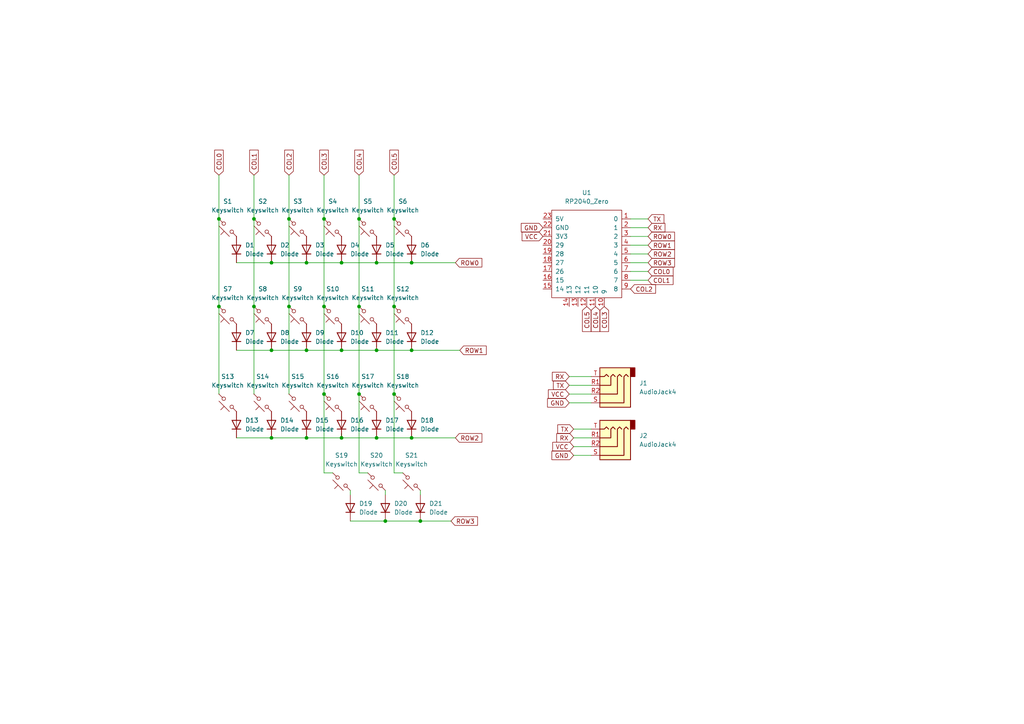
<source format=kicad_sch>
(kicad_sch (version 20231120) (generator "eeschema") (generator_version "8.0")
  (paper "A4")
  (lib_symbols
    (symbol "Connector_Audio:AudioJack4"
      (property "Reference" "J" (at 0 8.89 0))
      (property "Value" "AudioJack4" (at 0 6.35 0))
      (symbol "AudioJack4_0_1"
        (rectangle (start -6.35 -5.08) (end -7.62 -7.62) (stroke (width 0.254)) (fill (type outline)))
        (polyline (pts (xy 0 -5.08) (xy 0.635 -5.715) (xy 1.27 -5.08) (xy 2.54 -5.08)) (stroke (width 0.254)))
        (polyline (pts (xy -5.715 -5.08) (xy -5.08 -5.715) (xy -4.445 -5.08) (xy -4.445 2.54) (xy 2.54 2.54)) (stroke (width 0.254)))
        (polyline (pts (xy -1.905 -5.08) (xy -1.27 -5.715) (xy -0.635 -5.08) (xy -0.635 -2.54) (xy 2.54 -2.54)) (stroke (width 0.254)))
        (polyline (pts (xy 2.54 0) (xy -2.54 0) (xy -2.54 -5.08) (xy -3.175 -5.715) (xy -3.81 -5.08)) (stroke (width 0.254)))
        (rectangle (start 2.54 3.81) (end -6.35 -7.62) (stroke (width 0.254)) (fill (type background)))
      )
      (symbol "AudioJack4_1_1"
        (pin passive line (at 5.08 -2.54 180) (length 2.54) (name "~") (number "R1"))
        (pin passive line (at 5.08 0 180) (length 2.54) (name "~") (number "R2"))
        (pin passive line (at 5.08 2.54 180) (length 2.54) (name "~") (number "S"))
        (pin passive line (at 5.08 -5.08 180) (length 2.54) (name "~") (number "T"))
      )
    )
    (symbol "ScottoKeebs:MCU_RP2040_Zero" (pin_names (offset 1.016))
      (property "Reference" "U" (at 0 15.24 0))
      (property "Value" "RP2040_Zero" (at 0 12.7 0))
      (symbol "MCU_RP2040_Zero_0_1"
        (rectangle (start -10.16 11.43) (end 10.16 -13.97))
      )
      (symbol "MCU_RP2040_Zero_1_1"
        (pin bidirectional line (at 12.7 8.89 180) (length 2.54) (name "0") (number "1"))
        (pin bidirectional line (at 5.08 -16.51 90) (length 2.54) (name "9") (number "10"))
        (pin bidirectional line (at 2.54 -16.51 90) (length 2.54) (name "10") (number "11"))
        (pin bidirectional line (at 0 -16.51 90) (length 2.54) (name "11") (number "12"))
        (pin bidirectional line (at -2.54 -16.51 90) (length 2.54) (name "12") (number "13"))
        (pin bidirectional line (at -5.08 -16.51 90) (length 2.54) (name "13") (number "14"))
        (pin bidirectional line (at -12.7 -11.43 0) (length 2.54) (name "14") (number "15"))
        (pin bidirectional line (at -12.7 -8.89 0) (length 2.54) (name "15") (number "16"))
        (pin bidirectional line (at -12.7 -6.35 0) (length 2.54) (name "26") (number "17"))
        (pin bidirectional line (at -12.7 -3.81 0) (length 2.54) (name "27") (number "18"))
        (pin bidirectional line (at -12.7 -1.27 0) (length 2.54) (name "28") (number "19"))
        (pin bidirectional line (at 12.7 6.35 180) (length 2.54) (name "1") (number "2"))
        (pin bidirectional line (at -12.7 1.27 0) (length 2.54) (name "29") (number "20"))
        (pin power_out line (at -12.7 3.81 0) (length 2.54) (name "3V3") (number "21"))
        (pin power_out line (at -12.7 6.35 0) (length 2.54) (name "GND") (number "22"))
        (pin power_out line (at -12.7 8.89 0) (length 2.54) (name "5V") (number "23"))
        (pin bidirectional line (at 12.7 3.81 180) (length 2.54) (name "2") (number "3"))
        (pin bidirectional line (at 12.7 1.27 180) (length 2.54) (name "3") (number "4"))
        (pin bidirectional line (at 12.7 -1.27 180) (length 2.54) (name "4") (number "5"))
        (pin bidirectional line (at 12.7 -3.81 180) (length 2.54) (name "5") (number "6"))
        (pin bidirectional line (at 12.7 -6.35 180) (length 2.54) (name "6") (number "7"))
        (pin bidirectional line (at 12.7 -8.89 180) (length 2.54) (name "7") (number "8"))
        (pin bidirectional line (at 12.7 -11.43 180) (length 2.54) (name "8") (number "9"))
      )
    )
    (symbol "ScottoKeebs:Placeholder_Diode" (pin_numbers hide) (pin_names hide)
      (property "Reference" "D" (at 0 2.54 0))
      (property "Value" "Diode" (at 0 -2.54 0))
      (symbol "Placeholder_Diode_0_1"
        (polyline (pts (xy -1.27 1.27) (xy -1.27 -1.27)) (stroke (width 0.254)))
        (polyline (pts (xy 1.27 0) (xy -1.27 0)))
        (polyline (pts (xy 1.27 1.27) (xy 1.27 -1.27) (xy -1.27 0) (xy 1.27 1.27)) (stroke (width 0.254)))
      )
      (symbol "Placeholder_Diode_1_1"
        (pin passive line (at -3.81 0 0) (length 2.54) (name "K") (number "1"))
        (pin passive line (at 3.81 0 180) (length 2.54) (name "A") (number "2"))
      )
    )
    (symbol "ScottoKeebs:Placeholder_Keyswitch" (pin_numbers hide) (pin_names (offset 1.016) hide)
      (property "Reference" "S" (at 3.048 1.016 0))
      (property "Value" "Keyswitch" (at 0 -3.81 0))
      (symbol "Placeholder_Keyswitch_0_1"
        (circle (center -1.1684 1.1684) (radius 0.508))
        (polyline (pts (xy -0.508 2.54) (xy 2.54 -0.508)))
        (polyline (pts (xy 1.016 1.016) (xy 2.032 2.032)))
        (polyline (pts (xy -2.54 2.54) (xy -1.524 1.524) (xy -1.524 1.524)))
        (polyline (pts (xy 1.524 -1.524) (xy 2.54 -2.54) (xy 2.54 -2.54) (xy 2.54 -2.54)))
        (circle (center 1.143 -1.1938) (radius 0.508))
        (pin passive line (at -2.54 2.54 0) (length 0) (name "1") (number "1"))
        (pin passive line (at 2.54 -2.54 180) (length 0) (name "2") (number "2"))
      )
    )
  )
  (junction (at 88.9 127))
  (junction (at 119.38 127))
  (junction (at 88.9 76.2))
  (junction (at 109.22 101.6))
  (junction (at 99.06 76.2))
  (junction (at 109.22 127))
  (junction (at 114.3 63.5))
  (junction (at 78.74 101.6))
  (junction (at 99.06 127))
  (junction (at 109.22 76.2))
  (junction (at 78.74 76.2))
  (junction (at 93.98 88.9))
  (junction (at 93.98 114.3))
  (junction (at 104.14 88.9))
  (junction (at 111.76 151.13))
  (junction (at 114.3 114.3))
  (junction (at 119.38 76.2))
  (junction (at 114.3 88.9))
  (junction (at 63.5 88.9))
  (junction (at 73.66 88.9))
  (junction (at 83.82 88.9))
  (junction (at 104.14 114.3))
  (junction (at 63.5 63.5))
  (junction (at 73.66 63.5))
  (junction (at 83.82 63.5))
  (junction (at 88.9 101.6))
  (junction (at 93.98 63.5))
  (junction (at 99.06 101.6))
  (junction (at 78.74 127))
  (junction (at 121.92 151.13))
  (junction (at 119.38 101.6))
  (junction (at 104.14 63.5))
  (wire (pts (xy 187.96 66.04) (xy 182.88 66.04)))
  (wire (pts (xy 133.35 101.6) (xy 119.38 101.6)))
  (wire (pts (xy 165.1 116.84) (xy 171.45 116.84)))
  (wire (pts (xy 114.3 88.9) (xy 114.3 114.3)))
  (wire (pts (xy 63.5 63.5) (xy 63.5 88.9)))
  (wire (pts (xy 104.14 63.5) (xy 104.14 88.9)))
  (wire (pts (xy 93.98 88.9) (xy 93.98 114.3)))
  (wire (pts (xy 73.66 88.9) (xy 73.66 114.3)))
  (wire (pts (xy 101.6 151.13) (xy 111.76 151.13)))
  (wire (pts (xy 166.37 132.08) (xy 171.45 132.08)))
  (wire (pts (xy 99.06 125.73) (xy 99.06 127)))
  (wire (pts (xy 93.98 63.5) (xy 93.98 88.9)))
  (wire (pts (xy 104.14 88.9) (xy 104.14 114.3)))
  (wire (pts (xy 114.3 137.16) (xy 116.84 137.16)))
  (wire (pts (xy 88.9 127) (xy 99.06 127)))
  (wire (pts (xy 166.37 127) (xy 171.45 127)))
  (wire (pts (xy 187.96 68.58) (xy 182.88 68.58)))
  (wire (pts (xy 109.22 127) (xy 119.38 127)))
  (wire (pts (xy 99.06 101.6) (xy 109.22 101.6)))
  (wire (pts (xy 165.1 111.76) (xy 171.45 111.76)))
  (wire (pts (xy 121.92 151.13) (xy 130.81 151.13)))
  (wire (pts (xy 111.76 151.13) (xy 121.92 151.13)))
  (wire (pts (xy 99.06 76.2) (xy 109.22 76.2)))
  (wire (pts (xy 88.9 76.2) (xy 99.06 76.2)))
  (wire (pts (xy 104.14 114.3) (xy 104.14 137.16)))
  (wire (pts (xy 114.3 63.5) (xy 114.3 88.9)))
  (wire (pts (xy 63.5 50.8) (xy 63.5 63.5)))
  (wire (pts (xy 114.3 114.3) (xy 114.3 137.16)))
  (wire (pts (xy 111.76 143.51) (xy 111.76 142.24)))
  (wire (pts (xy 187.96 63.5) (xy 182.88 63.5)))
  (wire (pts (xy 83.82 63.5) (xy 83.82 88.9)))
  (wire (pts (xy 68.58 101.6) (xy 78.74 101.6)))
  (wire (pts (xy 187.96 78.74) (xy 182.88 78.74)))
  (wire (pts (xy 93.98 137.16) (xy 96.52 137.16)))
  (wire (pts (xy 187.96 81.28) (xy 182.88 81.28)))
  (wire (pts (xy 165.1 109.22) (xy 171.45 109.22)))
  (wire (pts (xy 78.74 127) (xy 88.9 127)))
  (wire (pts (xy 83.82 50.8) (xy 83.82 63.5)))
  (wire (pts (xy 93.98 50.8) (xy 93.98 63.5)))
  (wire (pts (xy 83.82 88.9) (xy 83.82 114.3)))
  (wire (pts (xy 109.22 101.6) (xy 119.38 101.6)))
  (wire (pts (xy 93.98 114.3) (xy 93.98 137.16)))
  (wire (pts (xy 114.3 50.8) (xy 114.3 63.5)))
  (wire (pts (xy 73.66 63.5) (xy 73.66 88.9)))
  (wire (pts (xy 121.92 143.51) (xy 121.92 142.24)))
  (wire (pts (xy 104.14 137.16) (xy 106.68 137.16)))
  (wire (pts (xy 78.74 76.2) (xy 88.9 76.2)))
  (wire (pts (xy 187.96 76.2) (xy 182.88 76.2)))
  (wire (pts (xy 73.66 50.8) (xy 73.66 63.5)))
  (wire (pts (xy 104.14 50.8) (xy 104.14 63.5)))
  (wire (pts (xy 68.58 127) (xy 78.74 127)))
  (wire (pts (xy 109.22 76.2) (xy 119.38 76.2)))
  (wire (pts (xy 165.1 114.3) (xy 171.45 114.3)))
  (wire (pts (xy 63.5 88.9) (xy 63.5 114.3)))
  (wire (pts (xy 101.6 143.51) (xy 101.6 142.24)))
  (wire (pts (xy 99.06 127) (xy 109.22 127)))
  (wire (pts (xy 132.08 127) (xy 119.38 127)))
  (wire (pts (xy 68.58 76.2) (xy 78.74 76.2)))
  (wire (pts (xy 88.9 101.6) (xy 99.06 101.6)))
  (wire (pts (xy 132.08 76.2) (xy 119.38 76.2)))
  (wire (pts (xy 187.96 71.12) (xy 182.88 71.12)))
  (wire (pts (xy 187.96 73.66) (xy 182.88 73.66)))
  (wire (pts (xy 78.74 101.6) (xy 88.9 101.6)))
  (wire (pts (xy 166.37 124.46) (xy 171.45 124.46)))
  (wire (pts (xy 166.37 129.54) (xy 171.45 129.54)))
  (global_label "COL1" (shape input) (at 187.96 81.28 0) (property "Intersheetrefs" "${INTERSHEET_REFS}" (effects (hide yes))))
  (global_label "COL1" (shape input) (at 73.66 50.8 90) (property "Intersheetrefs" "${INTERSHEET_REFS}" (effects (hide yes))))
  (global_label "ROW2" (shape input) (at 187.96 73.66 0) (property "Intersheetrefs" "${INTERSHEET_REFS}" (effects (hide yes))))
  (global_label "VCC" (shape input) (at 157.48 68.58 180) (property "Intersheetrefs" "${INTERSHEET_REFS}" (effects (hide yes))))
  (global_label "COL3" (shape input) (at 175.26 88.9 270) (property "Intersheetrefs" "${INTERSHEET_REFS}" (effects (hide yes))))
  (global_label "TX" (shape input) (at 165.1 111.76 180) (property "Intersheetrefs" "${INTERSHEET_REFS}" (effects (hide yes))))
  (global_label "COL3" (shape input) (at 93.98 50.8 90) (property "Intersheetrefs" "${INTERSHEET_REFS}" (effects (hide yes))))
  (global_label "COL4" (shape input) (at 104.14 50.8 90) (property "Intersheetrefs" "${INTERSHEET_REFS}" (effects (hide yes))))
  (global_label "GND" (shape input) (at 157.48 66.04 180) (property "Intersheetrefs" "${INTERSHEET_REFS}" (effects (hide yes))))
  (global_label "VCC" (shape input) (at 165.1 114.3 180) (property "Intersheetrefs" "${INTERSHEET_REFS}" (effects (hide yes))))
  (global_label "RX" (shape input) (at 165.1 109.22 180) (property "Intersheetrefs" "${INTERSHEET_REFS}" (effects (hide yes))))
  (global_label "COL2" (shape input) (at 83.82 50.8 90) (property "Intersheetrefs" "${INTERSHEET_REFS}" (effects (hide yes))))
  (global_label "COL2" (shape input) (at 182.88 83.82 0) (property "Intersheetrefs" "${INTERSHEET_REFS}" (effects (hide yes))))
  (global_label "GND" (shape input) (at 165.1 116.84 180) (property "Intersheetrefs" "${INTERSHEET_REFS}" (effects (hide yes))))
  (global_label "GND" (shape input) (at 166.37 132.08 180) (property "Intersheetrefs" "${INTERSHEET_REFS}" (effects (hide yes))))
  (global_label "COL4" (shape input) (at 172.72 88.9 270) (property "Intersheetrefs" "${INTERSHEET_REFS}" (effects (hide yes))))
  (global_label "RX" (shape input) (at 166.37 127 180) (property "Intersheetrefs" "${INTERSHEET_REFS}" (effects (hide yes))))
  (global_label "COL0" (shape input) (at 187.96 78.74 0) (property "Intersheetrefs" "${INTERSHEET_REFS}" (effects (hide yes))))
  (global_label "ROW1" (shape input) (at 133.35 101.6 0) (property "Intersheetrefs" "${INTERSHEET_REFS}" (effects (hide yes))))
  (global_label "COL5" (shape input) (at 170.18 88.9 270) (property "Intersheetrefs" "${INTERSHEET_REFS}" (effects (hide yes))))
  (global_label "TX" (shape input) (at 187.96 63.5 0) (property "Intersheetrefs" "${INTERSHEET_REFS}" (effects (hide yes))))
  (global_label "ROW0" (shape input) (at 132.08 76.2 0) (property "Intersheetrefs" "${INTERSHEET_REFS}" (effects (hide yes))))
  (global_label "ROW1" (shape input) (at 187.96 71.12 0) (property "Intersheetrefs" "${INTERSHEET_REFS}" (effects (hide yes))))
  (global_label "ROW2" (shape input) (at 132.08 127 0) (property "Intersheetrefs" "${INTERSHEET_REFS}" (effects (hide yes))))
  (global_label "ROW3" (shape input) (at 187.96 76.2 0) (property "Intersheetrefs" "${INTERSHEET_REFS}" (effects (hide yes))))
  (global_label "RX" (shape input) (at 187.96 66.04 0) (property "Intersheetrefs" "${INTERSHEET_REFS}" (effects (hide yes))))
  (global_label "COL0" (shape input) (at 63.5 50.8 90) (property "Intersheetrefs" "${INTERSHEET_REFS}" (effects (hide yes))))
  (global_label "ROW0" (shape input) (at 187.96 68.58 0) (property "Intersheetrefs" "${INTERSHEET_REFS}" (effects (hide yes))))
  (global_label "TX" (shape input) (at 166.37 124.46 180) (property "Intersheetrefs" "${INTERSHEET_REFS}" (effects (hide yes))))
  (global_label "ROW3" (shape input) (at 130.81 151.13 0) (property "Intersheetrefs" "${INTERSHEET_REFS}" (effects (hide yes))))
  (global_label "COL5" (shape input) (at 114.3 50.8 90) (property "Intersheetrefs" "${INTERSHEET_REFS}" (effects (hide yes))))
  (global_label "VCC" (shape input) (at 166.37 129.54 180) (property "Intersheetrefs" "${INTERSHEET_REFS}" (effects (hide yes))))
  (symbol (lib_id "ScottoKeebs:Placeholder_Diode") (at 78.74 72.39 90) (unit 1)
    (property "Reference" "D2" (at 81.28 71.1199 90) (effects (justify right)))
    (property "Value" "Diode" (at 81.28 73.6599 90) (effects (justify right)))
    (property "Footprint" "ScottoKeebs_Components:Diode_DO-35" (effects (hide yes)))
    (property "Description" "1N4148 (DO-35) or 1N4148W (SOD-123)" (effects (hide yes)))
    (property "Sim.Device" "D" (effects (hide yes)))
    (property "Sim.Pins" "1=K 2=A" (effects (hide yes)))
  )
  (symbol (lib_id "ScottoKeebs:Placeholder_Diode") (at 68.58 97.79 90) (unit 1)
    (property "Reference" "D7" (at 71.12 96.5199 90) (effects (justify right)))
    (property "Value" "Diode" (at 71.12 99.0599 90) (effects (justify right)))
    (property "Footprint" "ScottoKeebs_Components:Diode_DO-35" (effects (hide yes)))
    (property "Description" "1N4148 (DO-35) or 1N4148W (SOD-123)" (effects (hide yes)))
    (property "Sim.Device" "D" (effects (hide yes)))
    (property "Sim.Pins" "1=K 2=A" (effects (hide yes)))
  )
  (symbol (lib_id "ScottoKeebs:Placeholder_Keyswitch") (at 66.04 116.84 180) (unit 1)
    (property "Reference" "S13" (at 66.04 109.22 0))
    (property "Value" "Keyswitch" (at 66.04 111.76 0))
    (property "Footprint" "keyswitches:SW_MX_reversible" (effects (hide yes)))
    (property "Description" "Push button switch, normally open, two pins, 45° tilted" (effects (hide yes)))
  )
  (symbol (lib_id "ScottoKeebs:Placeholder_Diode") (at 78.74 97.79 90) (unit 1)
    (property "Reference" "D8" (at 81.28 96.5199 90) (effects (justify right)))
    (property "Value" "Diode" (at 81.28 99.0599 90) (effects (justify right)))
    (property "Footprint" "ScottoKeebs_Components:Diode_DO-35" (effects (hide yes)))
    (property "Description" "1N4148 (DO-35) or 1N4148W (SOD-123)" (effects (hide yes)))
    (property "Sim.Device" "D" (effects (hide yes)))
    (property "Sim.Pins" "1=K 2=A" (effects (hide yes)))
  )
  (symbol (lib_id "ScottoKeebs:Placeholder_Keyswitch") (at 116.84 116.84 180) (unit 1)
    (property "Reference" "S18" (at 116.84 109.22 0))
    (property "Value" "Keyswitch" (at 116.84 111.76 0))
    (property "Footprint" "keyswitches:SW_MX_reversible" (effects (hide yes)))
    (property "Description" "Push button switch, normally open, two pins, 45° tilted" (effects (hide yes)))
  )
  (symbol (lib_id "ScottoKeebs:Placeholder_Diode") (at 68.58 72.39 90) (unit 1)
    (property "Reference" "D1" (at 71.12 71.1199 90) (effects (justify right)))
    (property "Value" "Diode" (at 71.12 73.6599 90) (effects (justify right)))
    (property "Footprint" "ScottoKeebs_Components:Diode_DO-35" (effects (hide yes)))
    (property "Description" "1N4148 (DO-35) or 1N4148W (SOD-123)" (effects (hide yes)))
    (property "Sim.Device" "D" (effects (hide yes)))
    (property "Sim.Pins" "1=K 2=A" (effects (hide yes)))
  )
  (symbol (lib_id "ScottoKeebs:Placeholder_Diode") (at 99.06 123.19 90) (unit 1)
    (property "Reference" "D16" (at 101.6 121.9199 90) (effects (justify right)))
    (property "Value" "Diode" (at 101.6 124.4599 90) (effects (justify right)))
    (property "Footprint" "ScottoKeebs_Components:Diode_DO-35" (effects (hide yes)))
    (property "Description" "1N4148 (DO-35) or 1N4148W (SOD-123)" (effects (hide yes)))
    (property "Sim.Device" "D" (effects (hide yes)))
    (property "Sim.Pins" "1=K 2=A" (effects (hide yes)))
  )
  (symbol (lib_id "ScottoKeebs:Placeholder_Keyswitch") (at 106.68 66.04 180) (unit 1)
    (property "Reference" "S5" (at 106.68 58.42 0))
    (property "Value" "Keyswitch" (at 106.68 60.96 0))
    (property "Footprint" "keyswitches:SW_MX_reversible" (effects (hide yes)))
    (property "Description" "Push button switch, normally open, two pins, 45° tilted" (effects (hide yes)))
  )
  (symbol (lib_id "ScottoKeebs:Placeholder_Keyswitch") (at 106.68 91.44 180) (unit 1)
    (property "Reference" "S11" (at 106.68 83.82 0))
    (property "Value" "Keyswitch" (at 106.68 86.36 0))
    (property "Footprint" "keyswitches:SW_MX_reversible" (effects (hide yes)))
    (property "Description" "Push button switch, normally open, two pins, 45° tilted" (effects (hide yes)))
  )
  (symbol (lib_id "ScottoKeebs:Placeholder_Diode") (at 119.38 97.79 90) (unit 1)
    (property "Reference" "D12" (at 121.92 96.5199 90) (effects (justify right)))
    (property "Value" "Diode" (at 121.92 99.0599 90) (effects (justify right)))
    (property "Footprint" "ScottoKeebs_Components:Diode_DO-35" (effects (hide yes)))
    (property "Description" "1N4148 (DO-35) or 1N4148W (SOD-123)" (effects (hide yes)))
    (property "Sim.Device" "D" (effects (hide yes)))
    (property "Sim.Pins" "1=K 2=A" (effects (hide yes)))
  )
  (symbol (lib_id "ScottoKeebs:Placeholder_Keyswitch") (at 96.52 66.04 180) (unit 1)
    (property "Reference" "S4" (at 96.52 58.42 0))
    (property "Value" "Keyswitch" (at 96.52 60.96 0))
    (property "Footprint" "keyswitches:SW_MX_reversible" (effects (hide yes)))
    (property "Description" "Push button switch, normally open, two pins, 45° tilted" (effects (hide yes)))
  )
  (symbol (lib_id "ScottoKeebs:Placeholder_Keyswitch") (at 66.04 66.04 180) (unit 1)
    (property "Reference" "S1" (at 66.04 58.42 0))
    (property "Value" "Keyswitch" (at 66.04 60.96 0))
    (property "Footprint" "keyswitches:SW_MX_reversible" (effects (hide yes)))
    (property "Description" "Push button switch, normally open, two pins, 45° tilted" (effects (hide yes)))
  )
  (symbol (lib_id "ScottoKeebs:Placeholder_Diode") (at 88.9 97.79 90) (unit 1)
    (property "Reference" "D9" (at 91.44 96.5199 90) (effects (justify right)))
    (property "Value" "Diode" (at 91.44 99.0599 90) (effects (justify right)))
    (property "Footprint" "ScottoKeebs_Components:Diode_DO-35" (effects (hide yes)))
    (property "Description" "1N4148 (DO-35) or 1N4148W (SOD-123)" (effects (hide yes)))
    (property "Sim.Device" "D" (effects (hide yes)))
    (property "Sim.Pins" "1=K 2=A" (effects (hide yes)))
  )
  (symbol (lib_id "ScottoKeebs:Placeholder_Diode") (at 109.22 72.39 90) (unit 1)
    (property "Reference" "D5" (at 111.76 71.1199 90) (effects (justify right)))
    (property "Value" "Diode" (at 111.76 73.6599 90) (effects (justify right)))
    (property "Footprint" "ScottoKeebs_Components:Diode_DO-35" (effects (hide yes)))
    (property "Description" "1N4148 (DO-35) or 1N4148W (SOD-123)" (effects (hide yes)))
    (property "Sim.Device" "D" (effects (hide yes)))
    (property "Sim.Pins" "1=K 2=A" (effects (hide yes)))
  )
  (symbol (lib_id "ScottoKeebs:Placeholder_Diode") (at 101.6 147.32 90) (unit 1)
    (property "Reference" "D19" (at 104.14 146.0499 90) (effects (justify right)))
    (property "Value" "Diode" (at 104.14 148.5899 90) (effects (justify right)))
    (property "Footprint" "ScottoKeebs_Components:Diode_DO-35" (effects (hide yes)))
    (property "Description" "1N4148 (DO-35) or 1N4148W (SOD-123)" (effects (hide yes)))
    (property "Sim.Device" "D" (effects (hide yes)))
    (property "Sim.Pins" "1=K 2=A" (effects (hide yes)))
  )
  (symbol (lib_id "ScottoKeebs:Placeholder_Keyswitch") (at 66.04 91.44 180) (unit 1)
    (property "Reference" "S7" (at 66.04 83.82 0))
    (property "Value" "Keyswitch" (at 66.04 86.36 0))
    (property "Footprint" "keyswitches:SW_MX_reversible" (effects (hide yes)))
    (property "Description" "Push button switch, normally open, two pins, 45° tilted" (effects (hide yes)))
  )
  (symbol (lib_id "ScottoKeebs:MCU_RP2040_Zero") (at 170.18 72.39 0) (unit 1)
    (property "Reference" "U1" (at 170.18 55.88 0))
    (property "Value" "RP2040_Zero" (at 170.18 58.42 0))
    (property "Footprint" "ScottoKeebs_MCU:RP2040_Zero" (effects (hide yes)))
  )
  (symbol (lib_id "ScottoKeebs:Placeholder_Diode") (at 99.06 72.39 90) (unit 1)
    (property "Reference" "D4" (at 101.6 71.1199 90) (effects (justify right)))
    (property "Value" "Diode" (at 101.6 73.6599 90) (effects (justify right)))
    (property "Footprint" "ScottoKeebs_Components:Diode_DO-35" (effects (hide yes)))
    (property "Description" "1N4148 (DO-35) or 1N4148W (SOD-123)" (effects (hide yes)))
    (property "Sim.Device" "D" (effects (hide yes)))
    (property "Sim.Pins" "1=K 2=A" (effects (hide yes)))
  )
  (symbol (lib_id "ScottoKeebs:Placeholder_Keyswitch") (at 109.22 139.7 180) (unit 1)
    (property "Reference" "S20" (at 109.22 132.08 0))
    (property "Value" "Keyswitch" (at 109.22 134.62 0))
    (property "Footprint" "keyswitches:SW_MX_reversible" (effects (hide yes)))
    (property "Description" "Push button switch, normally open, two pins, 45° tilted" (effects (hide yes)))
  )
  (symbol (lib_id "ScottoKeebs:Placeholder_Keyswitch") (at 76.2 116.84 180) (unit 1)
    (property "Reference" "S14" (at 76.2 109.22 0))
    (property "Value" "Keyswitch" (at 76.2 111.76 0))
    (property "Footprint" "keyswitches:SW_MX_reversible" (effects (hide yes)))
    (property "Description" "Push button switch, normally open, two pins, 45° tilted" (effects (hide yes)))
  )
  (symbol (lib_id "ScottoKeebs:Placeholder_Keyswitch") (at 86.36 91.44 180) (unit 1)
    (property "Reference" "S9" (at 86.36 83.82 0))
    (property "Value" "Keyswitch" (at 86.36 86.36 0))
    (property "Footprint" "keyswitches:SW_MX_reversible" (effects (hide yes)))
    (property "Description" "Push button switch, normally open, two pins, 45° tilted" (effects (hide yes)))
  )
  (symbol (lib_id "ScottoKeebs:Placeholder_Keyswitch") (at 86.36 66.04 180) (unit 1)
    (property "Reference" "S3" (at 86.36 58.42 0))
    (property "Value" "Keyswitch" (at 86.36 60.96 0))
    (property "Footprint" "keyswitches:SW_MX_reversible" (effects (hide yes)))
    (property "Description" "Push button switch, normally open, two pins, 45° tilted" (effects (hide yes)))
  )
  (symbol (lib_id "ScottoKeebs:Placeholder_Diode") (at 109.22 97.79 90) (unit 1)
    (property "Reference" "D11" (at 111.76 96.5199 90) (effects (justify right)))
    (property "Value" "Diode" (at 111.76 99.0599 90) (effects (justify right)))
    (property "Footprint" "ScottoKeebs_Components:Diode_DO-35" (effects (hide yes)))
    (property "Description" "1N4148 (DO-35) or 1N4148W (SOD-123)" (effects (hide yes)))
    (property "Sim.Device" "D" (effects (hide yes)))
    (property "Sim.Pins" "1=K 2=A" (effects (hide yes)))
  )
  (symbol (lib_id "ScottoKeebs:Placeholder_Keyswitch") (at 106.68 116.84 180) (unit 1)
    (property "Reference" "S17" (at 106.68 109.22 0))
    (property "Value" "Keyswitch" (at 106.68 111.76 0))
    (property "Footprint" "keyswitches:SW_MX_reversible" (effects (hide yes)))
    (property "Description" "Push button switch, normally open, two pins, 45° tilted" (effects (hide yes)))
  )
  (symbol (lib_id "ScottoKeebs:Placeholder_Diode") (at 111.76 147.32 90) (unit 1)
    (property "Reference" "D20" (at 114.3 146.0499 90) (effects (justify right)))
    (property "Value" "Diode" (at 114.3 148.5899 90) (effects (justify right)))
    (property "Footprint" "ScottoKeebs_Components:Diode_DO-35" (effects (hide yes)))
    (property "Description" "1N4148 (DO-35) or 1N4148W (SOD-123)" (effects (hide yes)))
    (property "Sim.Device" "D" (effects (hide yes)))
    (property "Sim.Pins" "1=K 2=A" (effects (hide yes)))
  )
  (symbol (lib_id "Connector_Audio:AudioJack4") (at 176.53 129.54 180) (unit 1)
    (property "Reference" "J2" (at 185.42 126.3649 0) (effects (justify right)))
    (property "Value" "AudioJack4" (at 185.42 128.9049 0) (effects (justify right)))
    (property "Footprint" "Connector_Audio:Jack_3.5mm_PJ320E_Horizontal" (effects (hide yes)))
    (property "Description" "Audio Jack, 4 Poles (TRRS)" (effects (hide yes)))
  )
  (symbol (lib_id "ScottoKeebs:Placeholder_Keyswitch") (at 86.36 116.84 180) (unit 1)
    (property "Reference" "S15" (at 86.36 109.22 0))
    (property "Value" "Keyswitch" (at 86.36 111.76 0))
    (property "Footprint" "keyswitches:SW_MX_reversible" (effects (hide yes)))
    (property "Description" "Push button switch, normally open, two pins, 45° tilted" (effects (hide yes)))
  )
  (symbol (lib_id "ScottoKeebs:Placeholder_Diode") (at 68.58 123.19 90) (unit 1)
    (property "Reference" "D13" (at 71.12 121.9199 90) (effects (justify right)))
    (property "Value" "Diode" (at 71.12 124.4599 90) (effects (justify right)))
    (property "Footprint" "ScottoKeebs_Components:Diode_DO-35" (effects (hide yes)))
    (property "Description" "1N4148 (DO-35) or 1N4148W (SOD-123)" (effects (hide yes)))
    (property "Sim.Device" "D" (effects (hide yes)))
    (property "Sim.Pins" "1=K 2=A" (effects (hide yes)))
  )
  (symbol (lib_id "ScottoKeebs:Placeholder_Diode") (at 78.74 123.19 90) (unit 1)
    (property "Reference" "D14" (at 81.28 121.9199 90) (effects (justify right)))
    (property "Value" "Diode" (at 81.28 124.4599 90) (effects (justify right)))
    (property "Footprint" "ScottoKeebs_Components:Diode_DO-35" (effects (hide yes)))
    (property "Description" "1N4148 (DO-35) or 1N4148W (SOD-123)" (effects (hide yes)))
    (property "Sim.Device" "D" (effects (hide yes)))
    (property "Sim.Pins" "1=K 2=A" (effects (hide yes)))
  )
  (symbol (lib_id "ScottoKeebs:Placeholder_Keyswitch") (at 96.52 91.44 180) (unit 1)
    (property "Reference" "S10" (at 96.52 83.82 0))
    (property "Value" "Keyswitch" (at 96.52 86.36 0))
    (property "Footprint" "keyswitches:SW_MX_reversible" (effects (hide yes)))
    (property "Description" "Push button switch, normally open, two pins, 45° tilted" (effects (hide yes)))
  )
  (symbol (lib_id "ScottoKeebs:Placeholder_Keyswitch") (at 116.84 66.04 180) (unit 1)
    (property "Reference" "S6" (at 116.84 58.42 0))
    (property "Value" "Keyswitch" (at 116.84 60.96 0))
    (property "Footprint" "keyswitches:SW_MX_reversible" (effects (hide yes)))
    (property "Description" "Push button switch, normally open, two pins, 45° tilted" (effects (hide yes)))
  )
  (symbol (lib_id "ScottoKeebs:Placeholder_Diode") (at 121.92 147.32 90) (unit 1)
    (property "Reference" "D21" (at 124.46 146.0499 90) (effects (justify right)))
    (property "Value" "Diode" (at 124.46 148.5899 90) (effects (justify right)))
    (property "Footprint" "ScottoKeebs_Components:Diode_DO-35" (effects (hide yes)))
    (property "Description" "1N4148 (DO-35) or 1N4148W (SOD-123)" (effects (hide yes)))
    (property "Sim.Device" "D" (effects (hide yes)))
    (property "Sim.Pins" "1=K 2=A" (effects (hide yes)))
  )
  (symbol (lib_id "ScottoKeebs:Placeholder_Diode") (at 119.38 72.39 90) (unit 1)
    (property "Reference" "D6" (at 121.92 71.1199 90) (effects (justify right)))
    (property "Value" "Diode" (at 121.92 73.6599 90) (effects (justify right)))
    (property "Footprint" "ScottoKeebs_Components:Diode_DO-35" (effects (hide yes)))
    (property "Description" "1N4148 (DO-35) or 1N4148W (SOD-123)" (effects (hide yes)))
    (property "Sim.Device" "D" (effects (hide yes)))
    (property "Sim.Pins" "1=K 2=A" (effects (hide yes)))
  )
  (symbol (lib_id "ScottoKeebs:Placeholder_Keyswitch") (at 76.2 91.44 180) (unit 1)
    (property "Reference" "S8" (at 76.2 83.82 0))
    (property "Value" "Keyswitch" (at 76.2 86.36 0))
    (property "Footprint" "keyswitches:SW_MX_reversible" (effects (hide yes)))
    (property "Description" "Push button switch, normally open, two pins, 45° tilted" (effects (hide yes)))
  )
  (symbol (lib_id "ScottoKeebs:Placeholder_Diode") (at 88.9 123.19 90) (unit 1)
    (property "Reference" "D15" (at 91.44 121.9199 90) (effects (justify right)))
    (property "Value" "Diode" (at 91.44 124.4599 90) (effects (justify right)))
    (property "Footprint" "ScottoKeebs_Components:Diode_DO-35" (effects (hide yes)))
    (property "Description" "1N4148 (DO-35) or 1N4148W (SOD-123)" (effects (hide yes)))
    (property "Sim.Device" "D" (effects (hide yes)))
    (property "Sim.Pins" "1=K 2=A" (effects (hide yes)))
  )
  (symbol (lib_id "ScottoKeebs:Placeholder_Diode") (at 119.38 123.19 90) (unit 1)
    (property "Reference" "D18" (at 121.92 121.9199 90) (effects (justify right)))
    (property "Value" "Diode" (at 121.92 124.4599 90) (effects (justify right)))
    (property "Footprint" "ScottoKeebs_Components:Diode_DO-35" (effects (hide yes)))
    (property "Description" "1N4148 (DO-35) or 1N4148W (SOD-123)" (effects (hide yes)))
    (property "Sim.Device" "D" (effects (hide yes)))
    (property "Sim.Pins" "1=K 2=A" (effects (hide yes)))
  )
  (symbol (lib_id "ScottoKeebs:Placeholder_Diode") (at 109.22 123.19 90) (unit 1)
    (property "Reference" "D17" (at 111.76 121.9199 90) (effects (justify right)))
    (property "Value" "Diode" (at 111.76 124.4599 90) (effects (justify right)))
    (property "Footprint" "ScottoKeebs_Components:Diode_DO-35" (effects (hide yes)))
    (property "Description" "1N4148 (DO-35) or 1N4148W (SOD-123)" (effects (hide yes)))
    (property "Sim.Device" "D" (effects (hide yes)))
    (property "Sim.Pins" "1=K 2=A" (effects (hide yes)))
  )
  (symbol (lib_id "ScottoKeebs:Placeholder_Keyswitch") (at 96.52 116.84 180) (unit 1)
    (property "Reference" "S16" (at 96.52 109.22 0))
    (property "Value" "Keyswitch" (at 96.52 111.76 0))
    (property "Footprint" "keyswitches:SW_MX_reversible" (effects (hide yes)))
    (property "Description" "Push button switch, normally open, two pins, 45° tilted" (effects (hide yes)))
  )
  (symbol (lib_id "Connector_Audio:AudioJack4") (at 176.53 114.3 180) (unit 1)
    (property "Reference" "J1" (at 185.42 111.1249 0) (effects (justify right)))
    (property "Value" "AudioJack4" (at 185.42 113.6649 0) (effects (justify right)))
    (property "Footprint" "Connector_Audio:Jack_3.5mm_PJ320E_Horizontal" (effects (hide yes)))
    (property "Description" "Audio Jack, 4 Poles (TRRS)" (effects (hide yes)))
  )
  (symbol (lib_id "ScottoKeebs:Placeholder_Keyswitch") (at 99.06 139.7 180) (unit 1)
    (property "Reference" "S19" (at 99.06 132.08 0))
    (property "Value" "Keyswitch" (at 99.06 134.62 0))
    (property "Footprint" "keyswitches:SW_MX_reversible" (effects (hide yes)))
    (property "Description" "Push button switch, normally open, two pins, 45° tilted" (effects (hide yes)))
  )
  (symbol (lib_id "ScottoKeebs:Placeholder_Diode") (at 88.9 72.39 90) (unit 1)
    (property "Reference" "D3" (at 91.44 71.1199 90) (effects (justify right)))
    (property "Value" "Diode" (at 91.44 73.6599 90) (effects (justify right)))
    (property "Footprint" "ScottoKeebs_Components:Diode_DO-35" (effects (hide yes)))
    (property "Description" "1N4148 (DO-35) or 1N4148W (SOD-123)" (effects (hide yes)))
    (property "Sim.Device" "D" (effects (hide yes)))
    (property "Sim.Pins" "1=K 2=A" (effects (hide yes)))
  )
  (symbol (lib_id "ScottoKeebs:Placeholder_Keyswitch") (at 76.2 66.04 180) (unit 1)
    (property "Reference" "S2" (at 76.2 58.42 0))
    (property "Value" "Keyswitch" (at 76.2 60.96 0))
    (property "Footprint" "keyswitches:SW_MX_reversible" (effects (hide yes)))
    (property "Description" "Push button switch, normally open, two pins, 45° tilted" (effects (hide yes)))
  )
  (symbol (lib_id "ScottoKeebs:Placeholder_Keyswitch") (at 119.38 139.7 180) (unit 1)
    (property "Reference" "S21" (at 119.38 132.08 0))
    (property "Value" "Keyswitch" (at 119.38 134.62 0))
    (property "Footprint" "keyswitches:SW_MX_reversible" (effects (hide yes)))
    (property "Description" "Push button switch, normally open, two pins, 45° tilted" (effects (hide yes)))
  )
  (symbol (lib_id "ScottoKeebs:Placeholder_Keyswitch") (at 116.84 91.44 180) (unit 1)
    (property "Reference" "S12" (at 116.84 83.82 0))
    (property "Value" "Keyswitch" (at 116.84 86.36 0))
    (property "Footprint" "keyswitches:SW_MX_reversible" (effects (hide yes)))
    (property "Description" "Push button switch, normally open, two pins, 45° tilted" (effects (hide yes)))
  )
  (symbol (lib_id "ScottoKeebs:Placeholder_Diode") (at 99.06 97.79 90) (unit 1)
    (property "Reference" "D10" (at 101.6 96.5199 90) (effects (justify right)))
    (property "Value" "Diode" (at 101.6 99.0599 90) (effects (justify right)))
    (property "Footprint" "ScottoKeebs_Components:Diode_DO-35" (effects (hide yes)))
    (property "Description" "1N4148 (DO-35) or 1N4148W (SOD-123)" (effects (hide yes)))
    (property "Sim.Device" "D" (effects (hide yes)))
    (property "Sim.Pins" "1=K 2=A" (effects (hide yes)))
  )
)
</source>
